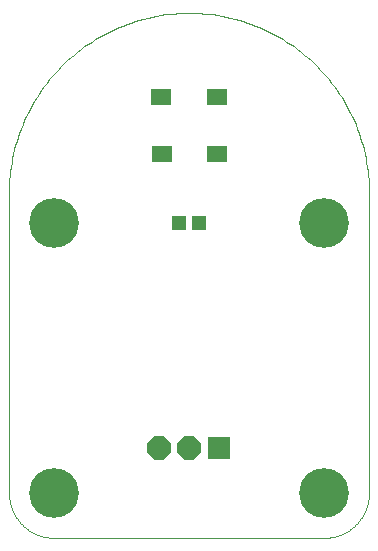
<source format=gts>
G75*
%MOIN*%
%OFA0B0*%
%FSLAX25Y25*%
%IPPOS*%
%LPD*%
%AMOC8*
5,1,8,0,0,1.08239X$1,22.5*
%
%ADD10R,0.06902X0.05524*%
%ADD11R,0.05131X0.04737*%
%ADD12C,0.16611*%
%ADD13C,0.00000*%
%ADD14OC8,0.07800*%
%ADD15R,0.07800X0.07800*%
D10*
X0052445Y0132051D03*
X0052051Y0150949D03*
X0070949Y0150949D03*
X0070949Y0132051D03*
D11*
X0064846Y0109000D03*
X0058154Y0109000D03*
D12*
X0016500Y0109000D03*
X0016500Y0019000D03*
X0106500Y0019000D03*
X0106500Y0109000D03*
D13*
X0001500Y0119000D02*
X0001500Y0019000D01*
X0001504Y0018638D01*
X0001518Y0018275D01*
X0001539Y0017913D01*
X0001570Y0017552D01*
X0001609Y0017192D01*
X0001657Y0016833D01*
X0001714Y0016475D01*
X0001779Y0016118D01*
X0001853Y0015763D01*
X0001936Y0015410D01*
X0002027Y0015059D01*
X0002126Y0014711D01*
X0002234Y0014365D01*
X0002350Y0014021D01*
X0002475Y0013681D01*
X0002607Y0013344D01*
X0002748Y0013010D01*
X0002897Y0012679D01*
X0003054Y0012352D01*
X0003218Y0012029D01*
X0003390Y0011710D01*
X0003570Y0011396D01*
X0003758Y0011085D01*
X0003953Y0010780D01*
X0004155Y0010479D01*
X0004365Y0010183D01*
X0004581Y0009893D01*
X0004805Y0009607D01*
X0005035Y0009327D01*
X0005272Y0009053D01*
X0005516Y0008785D01*
X0005766Y0008522D01*
X0006022Y0008266D01*
X0006285Y0008016D01*
X0006553Y0007772D01*
X0006827Y0007535D01*
X0007107Y0007305D01*
X0007393Y0007081D01*
X0007683Y0006865D01*
X0007979Y0006655D01*
X0008280Y0006453D01*
X0008585Y0006258D01*
X0008896Y0006070D01*
X0009210Y0005890D01*
X0009529Y0005718D01*
X0009852Y0005554D01*
X0010179Y0005397D01*
X0010510Y0005248D01*
X0010844Y0005107D01*
X0011181Y0004975D01*
X0011521Y0004850D01*
X0011865Y0004734D01*
X0012211Y0004626D01*
X0012559Y0004527D01*
X0012910Y0004436D01*
X0013263Y0004353D01*
X0013618Y0004279D01*
X0013975Y0004214D01*
X0014333Y0004157D01*
X0014692Y0004109D01*
X0015052Y0004070D01*
X0015413Y0004039D01*
X0015775Y0004018D01*
X0016138Y0004004D01*
X0016500Y0004000D01*
X0106500Y0004000D01*
X0106862Y0004004D01*
X0107225Y0004018D01*
X0107587Y0004039D01*
X0107948Y0004070D01*
X0108308Y0004109D01*
X0108667Y0004157D01*
X0109025Y0004214D01*
X0109382Y0004279D01*
X0109737Y0004353D01*
X0110090Y0004436D01*
X0110441Y0004527D01*
X0110789Y0004626D01*
X0111135Y0004734D01*
X0111479Y0004850D01*
X0111819Y0004975D01*
X0112156Y0005107D01*
X0112490Y0005248D01*
X0112821Y0005397D01*
X0113148Y0005554D01*
X0113471Y0005718D01*
X0113790Y0005890D01*
X0114104Y0006070D01*
X0114415Y0006258D01*
X0114720Y0006453D01*
X0115021Y0006655D01*
X0115317Y0006865D01*
X0115607Y0007081D01*
X0115893Y0007305D01*
X0116173Y0007535D01*
X0116447Y0007772D01*
X0116715Y0008016D01*
X0116978Y0008266D01*
X0117234Y0008522D01*
X0117484Y0008785D01*
X0117728Y0009053D01*
X0117965Y0009327D01*
X0118195Y0009607D01*
X0118419Y0009893D01*
X0118635Y0010183D01*
X0118845Y0010479D01*
X0119047Y0010780D01*
X0119242Y0011085D01*
X0119430Y0011396D01*
X0119610Y0011710D01*
X0119782Y0012029D01*
X0119946Y0012352D01*
X0120103Y0012679D01*
X0120252Y0013010D01*
X0120393Y0013344D01*
X0120525Y0013681D01*
X0120650Y0014021D01*
X0120766Y0014365D01*
X0120874Y0014711D01*
X0120973Y0015059D01*
X0121064Y0015410D01*
X0121147Y0015763D01*
X0121221Y0016118D01*
X0121286Y0016475D01*
X0121343Y0016833D01*
X0121391Y0017192D01*
X0121430Y0017552D01*
X0121461Y0017913D01*
X0121482Y0018275D01*
X0121496Y0018638D01*
X0121500Y0019000D01*
X0121500Y0119000D01*
X0121482Y0120461D01*
X0121429Y0121921D01*
X0121340Y0123380D01*
X0121216Y0124836D01*
X0121056Y0126288D01*
X0120861Y0127736D01*
X0120630Y0129179D01*
X0120365Y0130616D01*
X0120065Y0132046D01*
X0119730Y0133468D01*
X0119360Y0134882D01*
X0118956Y0136286D01*
X0118518Y0137680D01*
X0118046Y0139063D01*
X0117541Y0140434D01*
X0117002Y0141792D01*
X0116431Y0143137D01*
X0115827Y0144467D01*
X0115191Y0145783D01*
X0114523Y0147082D01*
X0113823Y0148365D01*
X0113092Y0149630D01*
X0112331Y0150878D01*
X0111540Y0152106D01*
X0110719Y0153315D01*
X0109869Y0154503D01*
X0108990Y0155670D01*
X0108083Y0156816D01*
X0107148Y0157939D01*
X0106186Y0159039D01*
X0105198Y0160115D01*
X0104184Y0161167D01*
X0103144Y0162194D01*
X0102080Y0163195D01*
X0100992Y0164171D01*
X0099880Y0165119D01*
X0098746Y0166040D01*
X0097589Y0166933D01*
X0096412Y0167797D01*
X0095213Y0168633D01*
X0093994Y0169439D01*
X0092756Y0170216D01*
X0091500Y0170962D01*
X0090226Y0171677D01*
X0088935Y0172361D01*
X0087627Y0173013D01*
X0086304Y0173633D01*
X0084966Y0174221D01*
X0083615Y0174776D01*
X0082250Y0175298D01*
X0080873Y0175786D01*
X0079484Y0176241D01*
X0078085Y0176662D01*
X0076676Y0177049D01*
X0075258Y0177401D01*
X0073832Y0177719D01*
X0072398Y0178002D01*
X0070958Y0178250D01*
X0069513Y0178463D01*
X0068062Y0178640D01*
X0066608Y0178782D01*
X0065151Y0178889D01*
X0063691Y0178960D01*
X0062231Y0178996D01*
X0060769Y0178996D01*
X0059309Y0178960D01*
X0057849Y0178889D01*
X0056392Y0178782D01*
X0054938Y0178640D01*
X0053487Y0178463D01*
X0052042Y0178250D01*
X0050602Y0178002D01*
X0049168Y0177719D01*
X0047742Y0177401D01*
X0046324Y0177049D01*
X0044915Y0176662D01*
X0043516Y0176241D01*
X0042127Y0175786D01*
X0040750Y0175298D01*
X0039385Y0174776D01*
X0038034Y0174221D01*
X0036696Y0173633D01*
X0035373Y0173013D01*
X0034065Y0172361D01*
X0032774Y0171677D01*
X0031500Y0170962D01*
X0030244Y0170216D01*
X0029006Y0169439D01*
X0027787Y0168633D01*
X0026588Y0167797D01*
X0025411Y0166933D01*
X0024254Y0166040D01*
X0023120Y0165119D01*
X0022008Y0164171D01*
X0020920Y0163195D01*
X0019856Y0162194D01*
X0018816Y0161167D01*
X0017802Y0160115D01*
X0016814Y0159039D01*
X0015852Y0157939D01*
X0014917Y0156816D01*
X0014010Y0155670D01*
X0013131Y0154503D01*
X0012281Y0153315D01*
X0011460Y0152106D01*
X0010669Y0150878D01*
X0009908Y0149630D01*
X0009177Y0148365D01*
X0008477Y0147082D01*
X0007809Y0145783D01*
X0007173Y0144467D01*
X0006569Y0143137D01*
X0005998Y0141792D01*
X0005459Y0140434D01*
X0004954Y0139063D01*
X0004482Y0137680D01*
X0004044Y0136286D01*
X0003640Y0134882D01*
X0003270Y0133468D01*
X0002935Y0132046D01*
X0002635Y0130616D01*
X0002370Y0129179D01*
X0002139Y0127736D01*
X0001944Y0126288D01*
X0001784Y0124836D01*
X0001660Y0123380D01*
X0001571Y0121921D01*
X0001518Y0120461D01*
X0001500Y0119000D01*
D14*
X0051500Y0034000D03*
X0061500Y0034000D03*
D15*
X0071500Y0034000D03*
M02*

</source>
